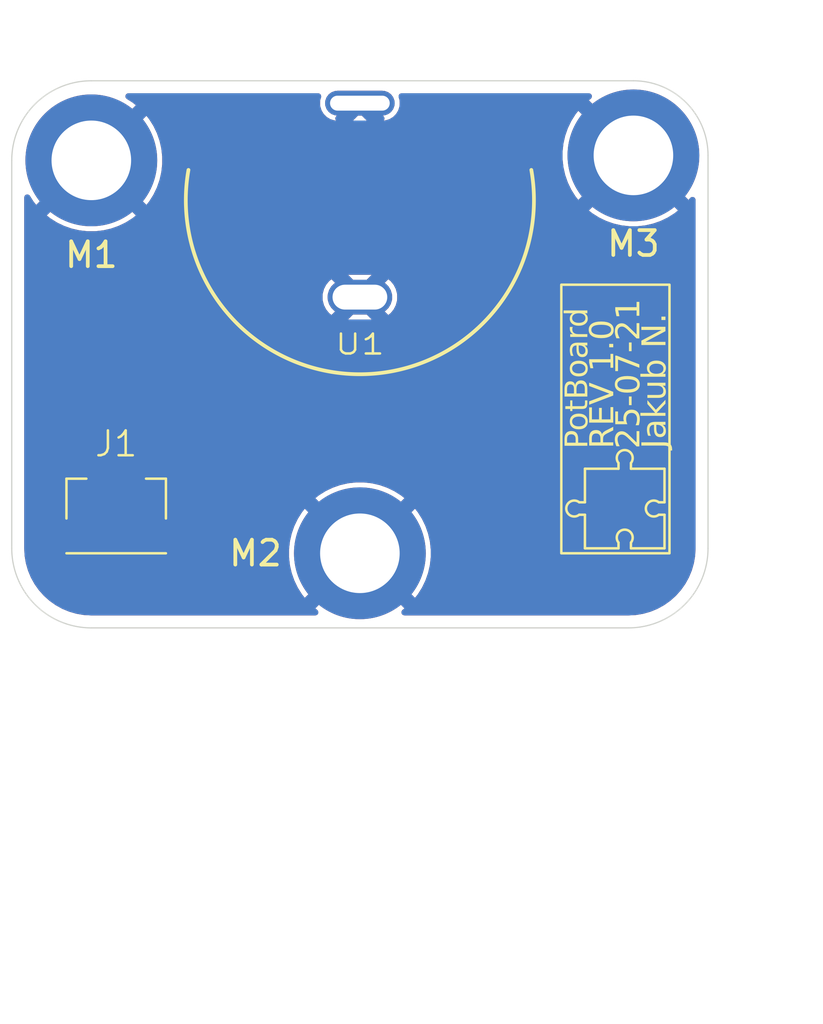
<source format=kicad_pcb>
(kicad_pcb (version 20241229) (generator "pcbnew") (generator_version "9.0")
  (layers (0 "F.Cu" signal) (2 "B.Cu" signal) (13 "F.Paste" user) (15 "B.Paste" user) (5 "F.SilkS" user "F.Silkscreen") (7 "B.SilkS" user "B.Silkscreen") (1 "F.Mask" user) (3 "B.Mask" user) (25 "Edge.Cuts" user))
  (net 0 "")
  (net 1 "Net-(J1-Pin_3)")
  (net 2 "GND")
  (net 3 "Net-(J1-Pin_4)")
  (footprint "PuzzLib:RK10J12R0A0B" (layer "F.Cu") (at 50 40.8)
    (property "Reference" "U1" (at 0 5.8 0) (layer "F.SilkS") (effects (font (size 0.8 1) (thickness 0.1))))
    (property "Value" "~")
    (fp_arc (start 6.89365 -1.21554) (mid 0.000004 6.999996) (end -6.893651 -1.215533) (stroke (width 0.15)) (layer "F.SilkS"))
    (pad "1" smd roundrect (at -4 9) (size 1.2 1.4) (layers "F.Cu" "F.Mask" "F.Paste") (roundrect_rratio 0.15) (net 2 "GND"))
    (pad "2" smd roundrect (at -2 9) (size 1.2 1.4) (layers "F.Cu" "F.Mask" "F.Paste") (roundrect_rratio 0.15))
    (pad "3" smd roundrect (at 0 9) (size 1.2 1.4) (layers "F.Cu" "F.Mask" "F.Paste") (roundrect_rratio 0.15) (net 1 "Net-(J1-Pin_3)"))
    (pad "4" smd roundrect (at 2 9) (size 1.2 1.4) (layers "F.Cu" "F.Mask" "F.Paste") (roundrect_rratio 0.15) (net 3 "Net-(J1-Pin_4)"))
    (pad "5" smd roundrect (at 4 9) (size 1.2 1.4) (layers "F.Cu" "F.Mask" "F.Paste") (roundrect_rratio 0.15))
    (pad "S" smd roundrect (at -6.1 -2.5) (size 2.2 1.4) (layers "F.Cu" "F.Mask" "F.Paste") (roundrect_rratio 0.15) (net 2 "GND"))
    (pad "S" thru_hole roundrect (at 0 -3.9) (size 2.8 1) (drill oval 2.4 0.6) (layers "*.Cu" "*.Mask") (roundrect_rratio 0.5) (net 2 "GND"))
    (pad "S" thru_hole roundrect (at 0 3.9) (size 2.6 1.4) (drill oval 2.2 1) (layers "*.Cu" "*.Mask") (roundrect_rratio 0.5) (net 2 "GND"))
    (pad "S" smd roundrect (at 6.1 -2.5) (size 2.2 1.4) (layers "F.Cu" "F.Mask" "F.Paste") (roundrect_rratio 0.15) (net 2 "GND"))
  )
  (footprint "PuzzLib:Logo_SMALL" (layer "F.Cu") (at 58.2 50.8 90)
    (property "Reference" "U2" (hide yes))
    (property "Value" "PotBoard")
    (fp_line (start -2.15 0.62) (end -2.15 0.85) (stroke (width 0.1)) (layer "F.SilkS"))
    (fp_line (start -2.65 0.62) (end -2.65 0.85) (stroke (width 0.1)) (layer "F.SilkS"))
    (fp_line (start -2.15 0.85) (end -0.8 0.85) (stroke (width 0.1)) (layer "F.SilkS"))
    (fp_line (start -2.65 0.85) (end -4 0.85) (stroke (width 0.1)) (layer "F.SilkS"))
    (fp_line (start -0.57 2.2) (end -0.8 2.2) (stroke (width 0.1)) (layer "F.SilkS"))
    (fp_line (start -0.8 2.2) (end -0.8 0.85) (stroke (width 0.1)) (layer "F.SilkS"))
    (fp_line (start -3.77 2.2) (end -4 2.2) (stroke (width 0.1)) (layer "F.SilkS"))
    (fp_line (start -4 2.2) (end -4 0.85) (stroke (width 0.1)) (layer "F.SilkS"))
    (fp_line (start -0.57 2.7) (end -0.8 2.7) (stroke (width 0.1)) (layer "F.SilkS"))
    (fp_line (start -3.77 2.7) (end -4 2.7) (stroke (width 0.1)) (layer "F.SilkS"))
    (fp_line (start -4 2.7) (end -4 4.05) (stroke (width 0.1)) (layer "F.SilkS"))
    (fp_line (start -2.15 3.82) (end -2.15 4.05) (stroke (width 0.1)) (layer "F.SilkS"))
    (fp_line (start -2.65 3.82) (end -2.65 4.05) (stroke (width 0.1)) (layer "F.SilkS"))
    (fp_line (start -0.8 4.05) (end -0.8 2.7) (stroke (width 0.1)) (layer "F.SilkS"))
    (fp_line (start -2.15 4.05) (end -0.8 4.05) (stroke (width 0.1)) (layer "F.SilkS"))
    (fp_line (start -2.65 4.05) (end -4 4.05) (stroke (width 0.1)) (layer "F.SilkS"))
    (fp_rect (start -4.2 -0.1) (end 6.6 4.25) (stroke (width 0.1)) (fill no) (layer "F.SilkS"))
    (fp_arc (start -2.65 0.62) (mid -2.4 0.099844) (end -2.15 0.62) (stroke (width 0.1)) (layer "F.SilkS"))
    (fp_arc (start -0.57 2.2) (mid -0.049844 2.45) (end -0.57 2.7) (stroke (width 0.1)) (layer "F.SilkS"))
    (fp_arc (start -3.77 2.2) (mid -3.249844 2.45) (end -3.77 2.7) (stroke (width 0.1)) (layer "F.SilkS"))
    (fp_arc (start -2.65 3.82) (mid -2.4 3.299844) (end -2.15 3.82) (stroke (width 0.1)) (layer "F.SilkS"))
    (fp_text user "Jakub N." (at 0 4.25 90) (layer "F.SilkS") (effects (font (size 0.95 0.95) (thickness 0.1)) (justify left bottom)))
    (fp_text user "25-07-21" (at 0 3.2 90) (layer "F.SilkS") (effects (font (size 0.95 0.95) (thickness 0.1)) (justify left bottom)))
    (fp_text user "${VALUE}" (at 0 1.1 90) (layer "F.SilkS") (effects (font (size 0.9 0.9)) (justify left bottom)))
    (fp_text user "REV 1.0" (at 0 2.150001 90) (layer "F.SilkS") (effects (font (size 0.95 0.95) (thickness 0.1)) (justify left bottom)))
  )
  (footprint "PuzzLib:FH19C-4S-0.5SH(10)" (layer "F.Cu") (at 40.2 53)
    (property "Reference" "J1" (at 0 -2.4 0) (layer "F.SilkS") (effects (font (thickness 0.1))))
    (property "Value" "Conn_01x05")
    (fp_line (start -2 -1) (end -2 0.6) (stroke (width 0.1)) (layer "F.SilkS"))
    (fp_line (start -1.2 -1) (end -2 -1) (stroke (width 0.1)) (layer "F.SilkS"))
    (fp_line (start 1.2 -1) (end 2 -1) (stroke (width 0.1)) (layer "F.SilkS"))
    (fp_line (start 2 -1) (end 2 0.6) (stroke (width 0.1)) (layer "F.SilkS"))
    (fp_line (start 2 2) (end -2 2) (stroke (width 0.1)) (layer "F.SilkS"))
    (pad "1" smd roundrect (at -0.75 -1.25) (size 0.3 0.8) (layers "F.Cu" "F.Mask" "F.Paste") (roundrect_rratio 0.15) (net 2 "GND"))
    (pad "2" smd roundrect (at -0.25 -1.25 180) (size 0.3 0.8) (layers "F.Cu" "F.Mask" "F.Paste") (roundrect_rratio 0.15) (net 2 "GND"))
    (pad "3" smd roundrect (at 0.25 -1.25) (size 0.3 0.8) (layers "F.Cu" "F.Mask" "F.Paste") (roundrect_rratio 0.15) (net 1 "Net-(J1-Pin_3)"))
    (pad "4" smd roundrect (at 0.75 -1.25) (size 0.3 0.8) (layers "F.Cu" "F.Mask" "F.Paste") (roundrect_rratio 0.15) (net 3 "Net-(J1-Pin_4)"))
    (pad "5" smd roundrect (at -1.75 1.25) (size 0.4 0.8) (layers "F.Cu" "F.Mask" "F.Paste") (roundrect_rratio 0.15) (net 2 "GND"))
    (pad "5" smd roundrect (at 1.75 1.25) (size 0.4 0.8) (layers "F.Cu" "F.Mask" "F.Paste") (roundrect_rratio 0.15) (net 2 "GND"))
  )
  (footprint "PuzzLib:MS04-M2-2" (layer "B.Cu") (at 39.2 39.2)
    (property "Reference" "M1" (at 0 3.8 0) (layer "F.SilkS"))
    (property "Value" "Standoff")
    (pad "1" thru_hole circle (at 0 0) (size 5.3 5.3) (drill 3.2) (layers "*.Cu" "*.Mask") (net 2 "GND"))
  )
  (footprint "PuzzLib:MS04-M2-2" (layer "B.Cu") (at 50 55)
    (property "Reference" "M2" (at -4.2 0 0) (layer "F.SilkS"))
    (property "Value" "Standoff")
    (pad "1" thru_hole circle (at 0 0) (size 5.3 5.3) (drill 3.2) (layers "*.Cu" "*.Mask") (net 2 "GND"))
  )
  (footprint "PuzzLib:MS04-M2-2" (layer "B.Cu") (at 61 39)
    (property "Reference" "M3" (at 0 3.55 0) (layer "F.SilkS"))
    (property "Value" "Standoff")
    (pad "1" thru_hole circle (at 0 0) (size 5.3 5.3) (drill 3.2) (layers "*.Cu" "*.Mask") (net 2 "GND"))
  )
  (gr_line (start 36 39.2) (end 36 54.8) (stroke (width 0.05)) (layer "Edge.Cuts"))
  (gr_arc (start 36 39.2) (mid 36.937258 36.937258) (end 39.2 36) (stroke (width 0.05)) (layer "Edge.Cuts"))
  (gr_arc (start 64 54.8) (mid 63.062742 57.062742) (end 60.8 58) (stroke (width 0.05)) (layer "Edge.Cuts"))
  (gr_arc (start 61 36) (mid 63.12132 36.87868) (end 64 39) (stroke (width 0.05)) (layer "Edge.Cuts"))
  (gr_line (start 61 36) (end 39.2 36) (stroke (width 0.05)) (layer "Edge.Cuts"))
  (gr_line (start 39.2 58) (end 60.8 58) (stroke (width 0.05)) (layer "Edge.Cuts"))
  (gr_arc (start 39.2 58) (mid 36.937258 57.062742) (end 36 54.8) (stroke (width 0.05)) (layer "Edge.Cuts"))
  (gr_line (start 64 39) (end 64 54.8) (stroke (width 0.05)) (layer "Edge.Cuts"))
  (segment (start 42.2 52.4) (end 41.8 52.8) (width 0.3) (layer "F.Cu") (net 1))
  (segment (start 50 48.8) (end 49.4 48.2) (width 0.3) (layer "F.Cu") (net 1))
  (segment (start 49.4 48.2) (end 45.2 48.2) (width 0.3) (layer "F.Cu") (net 1))
  (segment (start 41.8 52.8) (end 40.7 52.8) (width 0.3) (layer "F.Cu") (net 1))
  (segment (start 42.2 51.2) (end 42.2 52.4) (width 0.3) (layer "F.Cu") (net 1))
  (segment (start 45.2 48.2) (end 42.2 51.2) (width 0.3) (layer "F.Cu") (net 1))
  (segment (start 40.7 52.8) (end 40.45 52.55) (width 0.3) (layer "F.Cu") (net 1))
  (segment (start 50 49.8) (end 50 48.8) (width 0.3) (layer "F.Cu") (net 1))
  (segment (start 40.45 52.55) (end 40.45 51.75) (width 0.3) (layer "F.Cu") (net 1))
  (segment (start 39.95 51.75) (end 39.45 51.75) (width 0.3) (layer "F.Cu") (net 2))
  (segment (start 45 47.2) (end 41.101 51.099) (width 0.6) (layer "F.Cu") (net 3))
  (segment (start 52 48.4) (end 50.8 47.2) (width 0.6) (layer "F.Cu") (net 3))
  (segment (start 52 49.8) (end 52 48.4) (width 0.6) (layer "F.Cu") (net 3))
  (segment (start 50.8 47.2) (end 45 47.2) (width 0.6) (layer "F.Cu") (net 3))
  (segment (start 41.101 51.099) (end 41.101 51.75) (width 0.6) (layer "F.Cu") (net 3))
  (zone (net 2) (net_name "GND") (layers "F.Cu" "B.Cu") (connect_pads thru_hole_only (clearance 0.5)) (min_thickness 0.25) (fill yes (thermal_gap 0.2) (thermal_bridge_width 0.6))
    (polygon (pts (xy 64 36) (xy 36 36) (xy 36 58) (xy 64 58)))
  )
)
</source>
